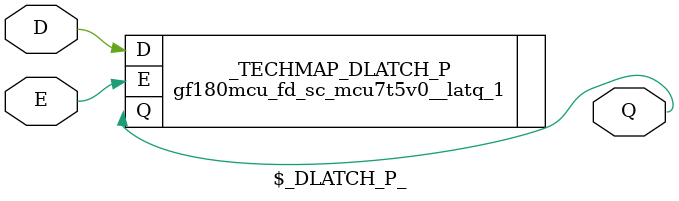
<source format=v>
module \$_DLATCH_P_ (input E, input D, output Q);
    gf180mcu_fd_sc_mcu7t5v0__latq_1 _TECHMAP_DLATCH_P (
        .E  (E),
        .D  (D),
        .Q  (Q)
    );
endmodule








//gf180mcu_fd_sc_mcu7t5v0__latrnq_1( E, D, RN, Q

//gf180mcu_fd_sc_mcu7t5v0__latrsnq_1 ( E, D, RN, SETN, Q

//gf180mcu_fd_sc_mcu7t5v0__latsnq_1 ( E, D, SETN, Q,

</source>
